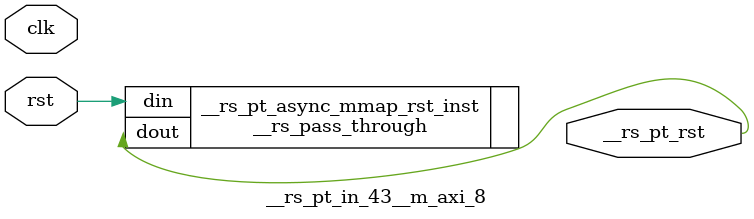
<source format=v>
`timescale 1 ns / 1 ps
/**   Generated by RapidStream   **/
module __rs_pt_in_43__m_axi_8 #(
    parameter BufferSize         = 32,
    parameter BufferSizeLog      = 5,
    parameter AddrWidth          = 64,
    parameter AxiSideAddrWidth   = 64,
    parameter DataWidth          = 512,
    parameter DataWidthBytesLog  = 6,
    parameter WaitTimeWidth      = 4,
    parameter BurstLenWidth      = 8,
    parameter EnableReadChannel  = 1,
    parameter EnableWriteChannel = 1,
    parameter MaxWaitTime        = 3,
    parameter MaxBurstLen        = 15
) (
    output wire __rs_pt_rst,
    input wire  clk,
    input wire  rst
);




__rs_pass_through #(
    .WIDTH (1)
) __rs_pt_async_mmap_rst_inst /**   Generated by RapidStream   **/ (
    .din  (rst),
    .dout (__rs_pt_rst)
);

endmodule  // __rs_pt_in_43__m_axi_8
</source>
